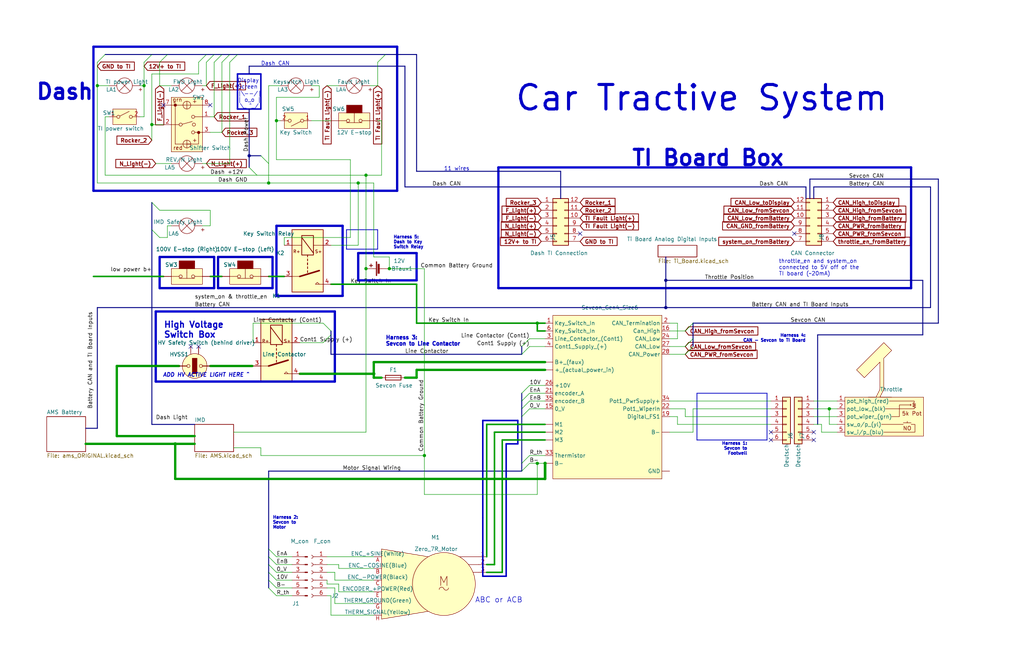
<source format=kicad_sch>
(kicad_sch (version 20230121) (generator eeschema)
  (paper "User" 334.01 216.002)
  (title_block (title "Tractive System") (date "2023-05-03") (rev "Print 1"))
  (lib_symbols
    (symbol "ADW11_1"
      (property "Reference" "K?" (at 1.27 19.05 0))
      (property "Value" "Line Contactor" (at 3.81 0 0))
      (symbol "ADW11_1_1_1"
        (text "R+" (at -2.286 4.318 0) (effects (font (size 1.016 1.016))))
        (text "S+" (at 4.826 4.318 0) (effects (font (size 1.016 1.016))))
        (pin passive line (at -6.35 3.81 0) (length 2.54) (name "~") (number "1"))
        (pin passive line (at 8.89 3.81 180) (length 2.54) (name "~") (number "2"))
        (pin passive line (at -6.35 -3.81 0) (length 2.54) (name "~") (number "3"))
        (pin passive line (at 8.89 -6.35 180) (length 2.54) (name "~") (number "4"))
      )
    )
    (symbol "CamachosSymbols:SW_SPDT_MSM" (pin_names (offset 0) hide)
      (property "Reference" "SW?" (at 1.27 12.7 0))
      (property "Value" "SW_SPDT_MSM" (at 6.35 10.16 0))
      (symbol "SW_SPDT_MSM_0_0"
        (text "+" (at 2.54 -5.08 0) (effects (font (size 1.27 1.27))))
        (text "+" (at 2.54 7.62 0) (effects (font (size 1.27 1.27))))
        (text "grn" (at -3.1095 8.1227 0) (effects (font (size 1.27 1.27))))
        (text "red" (at -2.9266 -7.5775 0) (effects (font (size 1.27 1.27))))
      )
      (symbol "SW_SPDT_MSM_1_1"
        (pin passive line (at 7.62 2.54 180) (length 2.54) (name "1") (number "1"))
        (pin passive line (at -7.62 0 0) (length 2.54) (name "2") (number "2"))
        (pin passive line (at 7.62 -2.54 180) (length 2.54) (name "") (number "3"))
        (pin input line (at -7.62 6.35 0) (length 2.54) (name "ledGnd") (number "7"))
        (pin input line (at 7.62 6.35 180) (length 2.54) (name "") (number "8"))
      )
    )
    (symbol "CamachosSymbols:SW_SPST" (pin_names (offset 0) hide)
      (property "Reference" "SW" (at 0 3.175 0))
      (property "Value" "SW_SPST" (at 0 -2.54 0))
      (symbol "SW_SPST_1_1"
        (pin passive line (at -5.08 0 0) (length 2.54) (name "A") (number "1"))
        (pin passive line (at 5.08 0 180) (length 2.54) (name "B") (number "2"))
      )
    )
    (symbol "CamachosSymbols:Safety Switch" (pin_numbers hide) (pin_names (offset 1.016) hide)
      (property "Reference" "SW?" (at 0 7.62 0))
      (property "Value" "Safety Switch" (at 0 6.35 0))
      (symbol "Safety Switch_0_1"
        (pin passive line (at -7.62 0 0) (length 2.54) (name "A") (number "1"))
      )
      (symbol "Safety Switch_1_1"
        (pin passive line (at 7.62 0 180) (length 2.54) (name "B") (number "2"))
      )
    )
    (symbol "CamachosSymbols:Sevcon_Gen4_Size6"
      (property "Value" "Sevcon_Gen4_Size6" (at 10.16 17.78 0))
      (symbol "Sevcon_Gen4_Size6_1_1"
        (pin passive line (at -20.32 -2.54 0) (length 2.54) (name "+_(actual_power_in)") (number ""))
        (pin passive line (at -20.32 0 0) (length 2.54) (name "B+_(faux)") (number ""))
        (pin passive line (at -20.32 -33.02 0) (length 2.54) (name "B-") (number ""))
        (pin passive line (at 20.32 -22.86 180) (length 2.54) (name "B-") (number ""))
        (pin passive line (at 20.32 -35.56 180) (length 2.54) (name "GND") (number ""))
        (pin passive line (at -20.32 -20.32 0) (length 2.54) (name "M1") (number ""))
        (pin passive line (at -20.32 -22.86 0) (length 2.54) (name "M2") (number ""))
        (pin passive line (at -20.32 -25.4 0) (length 2.54) (name "M3") (number ""))
        (pin passive line (at -20.32 12.7 0) (length 2.54) (name "Key_Switch_In") (number "1"))
        (pin passive line (at -20.32 -15.24 0) (length 2.54) (name "0_V") (number "15"))
        (pin passive line (at 20.32 10.16 180) (length 2.54) (name "Can_High") (number "16"))
        (pin passive line (at 20.32 -17.78 180) (length 2.54) (name "Digital_FS1") (number "19"))
        (pin passive line (at 20.32 12.7 180) (length 2.54) (name "CAN_Termination") (number "2"))
        (pin passive line (at -20.32 -10.16 0) (length 2.54) (name "encoder_A") (number "21"))
        (pin passive line (at 20.32 -15.24 180) (length 2.54) (name "Pot1_WiperIn") (number "22"))
        (pin passive line (at 20.32 7.62 180) (length 2.54) (name "CAN_Low") (number "24"))
        (pin passive line (at -20.32 -7.62 0) (length 2.54) (name "+10V") (number "26"))
        (pin passive line (at 20.32 5.08 180) (length 2.54) (name "CAN_Low") (number "27"))
        (pin passive line (at 20.32 2.54 180) (length 2.54) (name "CAN_Power") (number "28"))
        (pin passive line (at -20.32 7.62 0) (length 2.54) (name "Line_Contactor_(Cont1)") (number "3"))
        (pin passive line (at -20.32 -30.48 0) (length 2.54) (name "Thermistor") (number "33"))
        (pin passive line (at 20.32 -12.7 180) (length 2.54) (name "Pot1_PwrSupply+") (number "34"))
        (pin passive line (at -20.32 -12.7 0) (length 2.54) (name "encoder_B") (number "35"))
        (pin passive line (at -20.32 5.08 0) (length 2.54) (name "Cont1_Supply_(+)") (number "4"))
        (pin passive line (at -20.32 10.16 0) (length 2.54) (name "Key_Switch_In") (number "6"))
      )
    )
    (symbol "CamachosSymbols:Throttle"
      (property "Value" "Throttle" (at 12.7 11.43 0))
      (symbol "Throttle_0_0"
        (text "5k Pot" (at 14.224 -2.794 0) (effects (font (size 1.27 1.27))))
        (text "NO" (at 12.7 -7.62 0) (effects (font (size 1.27 1.27))))
      )
      (symbol "Throttle_1_1"
        (pin passive line (at -10.16 1.27 0) (length 2.54) (name "pot_high_(red)") (number "1"))
        (pin passive line (at -10.16 -1.27 0) (length 2.54) (name "pot_low_(blk)") (number "2"))
        (pin passive line (at -10.16 -3.81 0) (length 2.54) (name "pot_wiper_(grn)") (number "3"))
        (pin passive line (at -10.16 -6.35 0) (length 2.54) (name "sw_o/p_(yl)") (number "4"))
        (pin passive line (at -10.16 -8.89 0) (length 2.54) (name "sw_i/p_(blu)") (number "5"))
      )
    )
    (symbol "CamachosSymbols:Zero_7R_Motor" (pin_names (offset 0))
      (property "Reference" "M?" (at -0.635 16.51 0))
      (property "Value" "Zero_7R_Motor" (at -0.635 13.97 0))
      (symbol "Zero_7R_Motor_1_1"
        (pin passive line (at 16.51 8.89 180) (length 2.54) (name "~") (number "1"))
        (pin passive line (at 16.51 6.35 180) (length 2.54) (name "~") (number "2"))
        (pin passive line (at 16.51 3.81 180) (length 2.54) (name "~") (number "3"))
        (pin passive line (at -20.32 8.89 0) (length 2.54) (name "ENC_+SINE(White)") (number "A"))
        (pin passive line (at -20.32 5.08 0) (length 2.54) (name "ENC_-COSINE(Blue)") (number "B"))
        (pin passive line (at -20.32 1.27 0) (length 2.54) (name "ENC_-POWER(Black)") (number "C"))
        (pin passive line (at -20.32 -2.54 0) (length 2.54) (name "ENCODER_+POWER(Red)") (number "E"))
        (pin passive line (at -20.32 -6.35 0) (length 2.54) (name "THERM_GROUND(Green)") (number "G"))
        (pin passive line (at -20.32 -10.16 0) (length 2.54) (name "THERM_SIGNAL(Yellow)") (number "H"))
      )
    )
    (symbol "Connector:Conn_01x06_Female" (pin_names (offset 1.016) hide)
      (property "Reference" "J" (at 0 7.62 0))
      (property "Value" "Conn_01x06_Female" (at 0 -10.16 0))
      (symbol "Conn_01x06_Female_1_1"
        (pin passive line (at -5.08 5.08 0) (length 3.81) (name "Pin_1") (number "1"))
        (pin passive line (at -5.08 2.54 0) (length 3.81) (name "Pin_2") (number "2"))
        (pin passive line (at -5.08 0 0) (length 3.81) (name "Pin_3") (number "3"))
        (pin passive line (at -5.08 -2.54 0) (length 3.81) (name "Pin_4") (number "4"))
        (pin passive line (at -5.08 -5.08 0) (length 3.81) (name "Pin_5") (number "5"))
        (pin passive line (at -5.08 -7.62 0) (length 3.81) (name "Pin_6") (number "6"))
      )
    )
    (symbol "Connector:Conn_01x06_Male" (pin_names (offset 1.016) hide)
      (property "Reference" "J" (at 0 7.62 0))
      (property "Value" "Conn_01x06_Male" (at 0 -10.16 0))
      (symbol "Conn_01x06_Male_1_1"
        (pin passive line (at 5.08 5.08 180) (length 3.81) (name "Pin_1") (number "1"))
        (pin passive line (at 5.08 2.54 180) (length 3.81) (name "Pin_2") (number "2"))
        (pin passive line (at 5.08 0 180) (length 3.81) (name "Pin_3") (number "3"))
        (pin passive line (at 5.08 -2.54 180) (length 3.81) (name "Pin_4") (number "4"))
        (pin passive line (at 5.08 -5.08 180) (length 3.81) (name "Pin_5") (number "5"))
        (pin passive line (at 5.08 -7.62 180) (length 3.81) (name "Pin_6") (number "6"))
      )
    )
    (symbol "Connector_Generic:Conn_01x06" (pin_names (offset 1.016) hide)
      (property "Reference" "J" (at 0 7.62 0))
      (property "Value" "Conn_01x06" (at 0 -10.16 0))
      (symbol "Conn_01x06_1_1"
        (pin passive line (at -5.08 5.08 0) (length 3.81) (name "Pin_1") (number "1"))
        (pin passive line (at -5.08 2.54 0) (length 3.81) (name "Pin_2") (number "2"))
        (pin passive line (at -5.08 0 0) (length 3.81) (name "Pin_3") (number "3"))
        (pin passive line (at -5.08 -2.54 0) (length 3.81) (name "Pin_4") (number "4"))
        (pin passive line (at -5.08 -5.08 0) (length 3.81) (name "Pin_5") (number "5"))
        (pin passive line (at -5.08 -7.62 0) (length 3.81) (name "Pin_6") (number "6"))
      )
    )
    (symbol "Connector_Generic:Conn_02x06_Counter_Clockwise" (pin_names (offset 1.016) hide)
      (property "Reference" "J" (at 1.27 7.62 0))
      (property "Value" "Conn_02x06_Counter_Clockwise" (at 1.27 -10.16 0))
      (symbol "Conn_02x06_Counter_Clockwise_1_1"
        (pin passive line (at -5.08 5.08 0) (length 3.81) (name "Pin_1") (number "1"))
        (pin passive line (at 7.62 0 180) (length 3.81) (name "Pin_10") (number "10"))
        (pin passive line (at 7.62 2.54 180) (length 3.81) (name "Pin_11") (number "11"))
        (pin passive line (at 7.62 5.08 180) (length 3.81) (name "Pin_12") (number "12"))
        (pin passive line (at -5.08 2.54 0) (length 3.81) (name "Pin_2") (number "2"))
        (pin passive line (at -5.08 0 0) (length 3.81) (name "Pin_3") (number "3"))
        (pin passive line (at -5.08 -2.54 0) (length 3.81) (name "Pin_4") (number "4"))
        (pin passive line (at -5.08 -5.08 0) (length 3.81) (name "Pin_5") (number "5"))
        (pin passive line (at -5.08 -7.62 0) (length 3.81) (name "Pin_6") (number "6"))
        (pin passive line (at 7.62 -7.62 180) (length 3.81) (name "Pin_7") (number "7"))
        (pin passive line (at 7.62 -5.08 180) (length 3.81) (name "Pin_8") (number "8"))
        (pin passive line (at 7.62 -2.54 180) (length 3.81) (name "Pin_9") (number "9"))
      )
    )
    (symbol "Device:Battery_Cell" (pin_numbers hide) (pin_names (offset 0) hide)
      (property "Reference" "BT" (at 2.54 2.54 0))
      (property "Value" "Battery_Cell" (at 2.54 0 0))
      (symbol "Battery_Cell_1_1"
        (pin passive line (at 0 5.08 270) (length 2.54) (name "+") (number "1"))
        (pin passive line (at 0 -2.54 90) (length 2.54) (name "-") (number "2"))
      )
    )
    (symbol "Device:Fuse" (pin_numbers hide) (pin_names (offset 0))
      (property "Reference" "F" (at 2.032 0 90))
      (property "Value" "Fuse" (at -1.905 0 90))
      (symbol "Fuse_1_1"
        (pin passive line (at 0 3.81 270) (length 1.27) (name "~") (number "1"))
        (pin passive line (at 0 -3.81 90) (length 1.27) (name "~") (number "2"))
      )
    )
    (symbol "Device:Lamp" (pin_numbers hide) (pin_names (offset 0.0254) hide)
      (property "Reference" "LA?" (at 3.81 1.2701 0))
      (property "Value" "12V Keyswitch Light (Dash)" (at 3.81 -1.2699 0))
      (symbol "Lamp_0_0"
        (text "+" (at 1.27 5.08 0) (effects (font (size 1.27 1.27))))
      )
      (symbol "Lamp_1_1"
        (pin passive line (at 0 -5.08 90) (length 2.54) (name "-") (number "1"))
        (pin passive line (at 0 5.08 270) (length 2.54) (name "+") (number "2"))
      )
    )
    (symbol "Relay:ADW11"
      (property "Reference" "K?" (at -2.54 15.24 0))
      (property "Value" "Line Contactor" (at 1.27 12.7 0))
      (symbol "ADW11_1_1"
        (text "R+" (at -2.286 4.318 0) (effects (font (size 1.016 1.016))))
        (text "S+" (at 4.826 4.318 0) (effects (font (size 1.016 1.016))))
        (pin passive line (at -6.35 6.35 0) (length 2.54) (name "~") (number "1"))
        (pin passive line (at 8.89 6.35 180) (length 2.54) (name "~") (number "2"))
        (pin passive line (at -6.35 -3.81 0) (length 2.54) (name "~") (number "3"))
        (pin passive line (at 8.89 -6.35 180) (length 2.54) (name "~") (number "4"))
      )
    )
    (symbol "Safety Switch_1" (pin_numbers hide) (pin_names (offset 1.016) hide)
      (property "Reference" "SW?" (at 0 -6.35 0))
      (property "Value" "HV Safety Switch (behind driver)" (at 1.27 7.62 0))
      (symbol "Safety Switch_1_0_1"
        (pin passive line (at -5.08 0 0) (length 2.54) (name "A") (number "1"))
      )
      (symbol "Safety Switch_1_1_1"
        (pin output line (at -1.27 -6.35 90) (length 2.54) (name "") (number ""))
        (pin output line (at 1.27 -6.35 90) (length 2.54) (name "") (number ""))
        (pin passive line (at 5.08 0 180) (length 2.54) (name "B") (number "2"))
      )
    )
    (symbol "Switch:SW_Push_Open" (pin_numbers hide) (pin_names (offset 1.016) hide)
      (property "Reference" "SW?" (at 0 7.62 0))
      (property "Value" "12V E-stop (dash)" (at 0 6.35 0))
      (symbol "SW_Push_Open_0_1"
        (pin passive line (at -7.62 0 0) (length 2.54) (name "A") (number "1"))
      )
      (symbol "SW_Push_Open_1_1"
        (pin passive line (at 7.62 0 180) (length 2.54) (name "B") (number "2"))
      )
    )
  )
  (junction (at 49.53 40.64))
  (junction (at 127 87.63))
  (junction (at 121.92 121.92))
  (junction (at 46.99 27.94))
  (junction (at 175.26 151.13))
  (junction (at 57.15 144.78))
  (junction (at 270.51 133.35))
  (junction (at 81.28 50.8))
  (junction (at 90.17 39.37))
  (junction (at 119.38 57.15))
  (junction (at 138.43 148.59))
  (junction (at 119.38 87.63))
  (junction (at 31.75 27.94))
  (junction (at 87.63 59.69))
  (junction (at 177.8 151.13))
  (junction (at 217.17 100.33))
  (junction (at 116.84 59.69))
  (junction (at 217.17 91.44))
  (junction (at 175.26 105.41))
  (no_connect (at 62.23 113.03))
  (no_connect (at 251.46 140.97))
  (no_connect (at 251.46 143.51))
  (no_connect (at 64.77 113.03))
  (no_connect (at 53.34 34.29))
  (no_connect (at 265.43 143.51))
  (no_connect (at 265.43 140.97))
  (no_connect (at 189.23 76.2))
  (no_connect (at 259.08 76.2))
  (no_connect (at 68.58 34.29))
  (bus_entry (at 123.19 20.32) (size 2.54 -2.54))
  (bus_entry (at 170.18 133.35) (size 2.54 -2.54))
  (bus_entry (at 54.61 17.78) (size -2.54 2.54))
  (bus_entry (at 223.52 113.03) (size 2.54 -2.54))
  (bus_entry (at 69.85 20.32) (size 2.54 -2.54))
  (bus_entry (at 223.52 115.57) (size 2.54 -2.54))
  (bus_entry (at 74.93 20.32) (size 2.54 -2.54))
  (bus_entry (at 72.39 20.32) (size 2.54 -2.54))
  (bus_entry (at 87.63 191.77) (size 2.54 2.54))
  (bus_entry (at 170.18 135.89) (size 2.54 -2.54))
  (bus_entry (at 87.63 181.61) (size 2.54 2.54))
  (bus_entry (at 172.72 151.13) (size -2.54 2.54))
  (bus_entry (at 31.75 20.32) (size 2.54 -2.54))
  (bus_entry (at 85.09 50.8) (size 2.54 2.54))
  (bus_entry (at 105.41 111.76) (size 2.54 -2.54))
  (bus_entry (at 87.63 189.23) (size 2.54 2.54))
  (bus_entry (at 49.53 74.93) (size 2.54 2.54))
  (bus_entry (at 67.31 20.32) (size 2.54 -2.54))
  (bus_entry (at 87.63 184.15) (size 2.54 2.54))
  (bus_entry (at 46.99 20.32) (size 2.54 -2.54))
  (bus_entry (at 170.18 128.27) (size 2.54 -2.54))
  (bus_entry (at 172.72 110.49) (size -2.54 2.54))
  (bus_entry (at 64.77 20.32) (size 2.54 -2.54))
  (bus_entry (at 172.72 148.59) (size -2.54 2.54))
  (bus_entry (at 170.18 130.81) (size 2.54 -2.54))
  (bus_entry (at 105.41 105.41) (size 2.54 2.54))
  (bus_entry (at 87.63 179.07) (size 2.54 2.54))
  (bus_entry (at 87.63 186.69) (size 2.54 2.54))
  (bus_entry (at 172.72 113.03) (size -2.54 2.54))
  (bus_entry (at 49.53 66.04) (size 2.54 2.54))
  (bus_entry (at 81.28 54.61) (size 2.54 2.54))
  (bus_entry (at 223.52 107.95) (size 2.54 -2.54))
  (wire (pts (xy 46.99 38.1) (xy 46.99 27.94)))
  (bus (pts (xy 87.63 189.23) (xy 87.63 191.77)))
  (polyline (pts (xy 129.54 62.23) (xy 129.54 15.24)) (stroke (width 0.75) (type solid)))
  (polyline (pts (xy 71.12 83.82) (xy 71.12 93.98)) (stroke (width 0.75) (type solid)))
  (wire (pts (xy 107.95 194.31) (xy 107.95 200.66)))
  (wire (pts (xy 273.05 140.97) (xy 267.97 140.97)))
  (polyline (pts (xy 30.48 15.24) (xy 30.48 62.23)) (stroke (width 0.75) (type solid)))
  (wire (pts (xy 87.63 90.17) (xy 92.71 90.17)) (stroke (width 0.5)))
  (polyline (pts (xy 113.03 74.93) (xy 123.19 74.93)) (stroke (width 0.25)))
  (wire (pts (xy 121.92 118.11) (xy 177.8 118.11)) (stroke (width 0.75)))
  (wire (pts (xy 177.8 140.97) (xy 161.29 140.97)) (stroke (width 0.5)))
  (wire (pts (xy 121.92 59.69) (xy 121.92 83.82)))
  (bus (pts (xy 31.75 100.33) (xy 31.75 139.7)))
  (wire (pts (xy 109.22 186.69) (xy 106.68 186.69)))
  (wire (pts (xy 31.75 59.69) (xy 87.63 59.69)))
  (wire (pts (xy 161.29 140.97) (xy 161.29 184.15)) (stroke (width 0.5)))
  (wire (pts (xy 226.06 133.35) (xy 226.06 140.97)))
  (wire (pts (xy 90.17 39.37) (xy 90.17 52.07)))
  (polyline (pts (xy 77.47 24.13) (xy 77.47 35.56)) (stroke (width 0.5) (type solid)))
  (wire (pts (xy 57.15 144.78) (xy 63.5 144.78)) (stroke (width 0.75)))
  (wire (pts (xy 38.1 119.38) (xy 58.42 119.38)) (stroke (width 0.75)))
  (wire (pts (xy 175.26 105.41) (xy 177.8 105.41)) (stroke (width 0.5)))
  (wire (pts (xy 46.99 20.32) (xy 46.99 27.94)))
  (bus (pts (xy 226.06 105.41) (xy 226.06 110.49)))
  (wire (pts (xy 90.17 189.23) (xy 95.25 189.23)))
  (wire (pts (xy 119.38 87.63) (xy 119.38 140.97)))
  (wire (pts (xy 121.92 123.19) (xy 121.92 121.92)) (stroke (width 0.75)))
  (wire (pts (xy 54.61 73.66) (xy 55.88 73.66)))
  (wire (pts (xy 57.15 156.21) (xy 57.15 144.78)) (stroke (width 0.75)))
  (wire (pts (xy 218.44 107.95) (xy 223.52 107.95)))
  (bus (pts (xy 34.29 17.78) (xy 49.53 17.78)))
  (wire (pts (xy 121.92 121.92) (xy 121.92 119.38)))
  (polyline (pts (xy 52.07 83.82) (xy 52.07 93.98)) (stroke (width 0.75) (type solid)))
  (wire (pts (xy 87.63 53.34) (xy 87.63 59.69)))
  (wire (pts (xy 106.68 194.31) (xy 107.95 194.31)))
  (wire (pts (xy 172.72 125.73) (xy 177.8 125.73)))
  (polyline (pts (xy 50.8 101.6) (xy 50.8 124.46)) (stroke (width 0.75) (type solid)))
  (polyline (pts (xy 157.48 137.16) (xy 168.91 137.16)) (stroke (width 0.5)))
  (wire (pts (xy 158.75 138.43) (xy 158.75 181.61)) (stroke (width 0.5)))
  (wire (pts (xy 104.14 27.94) (xy 104.14 31.75)))
  (wire (pts (xy 52.07 68.58) (xy 68.58 68.58)))
  (wire (pts (xy 177.8 148.59) (xy 172.72 148.59)))
  (wire (pts (xy 106.68 181.61) (xy 121.92 181.61)))
  (wire (pts (xy 68.58 43.18) (xy 72.39 43.18)))
  (polyline (pts (xy 165.1 144.78) (xy 168.91 144.78)) (stroke (width 0.5)))
  (polyline (pts (xy 135.89 91.44) (xy 116.84 91.44)) (stroke (width 0.75) (type solid)))
  (wire (pts (xy 124.46 39.37) (xy 124.46 57.15)))
  (wire (pts (xy 64.77 20.32) (xy 64.77 24.13)))
  (bus (pts (xy 63.5 138.43) (xy 49.53 138.43)))
  (wire (pts (xy 158.75 186.69) (xy 163.83 186.69)) (stroke (width 0.5)))
  (wire (pts (xy 50.8 53.34) (xy 55.88 53.34)))
  (bus (pts (xy 135.89 17.78) (xy 135.89 55.88)))
  (polyline (pts (xy 109.22 101.6) (xy 109.22 124.46)) (stroke (width 0.75) (type solid)))
  (bus (pts (xy 182.88 55.88) (xy 182.88 64.77)))
  (polyline (pts (xy 165.1 144.78) (xy 165.1 187.96)) (stroke (width 0.5)))
  (wire (pts (xy 31.75 20.32) (xy 31.75 27.94)))
  (wire (pts (xy 110.49 185.42) (xy 110.49 184.15)))
  (polyline (pts (xy 227.33 128.27) (xy 250.19 128.27)) (stroke (width 0.25)))
  (wire (pts (xy 38.1 142.24) (xy 63.5 142.24)) (stroke (width 0.75)))
  (bus (pts (xy 107.95 107.95) (xy 107.95 109.22)))
  (bus (pts (xy 27.94 139.7) (xy 31.75 139.7)))
  (wire (pts (xy 92.71 77.47) (xy 92.71 80.01)))
  (wire (pts (xy 57.15 156.21) (xy 177.8 156.21)) (stroke (width 0.75)))
  (wire (pts (xy 110.49 190.5) (xy 110.49 193.04)))
  (wire (pts (xy 172.72 151.13) (xy 175.26 151.13)))
  (wire (pts (xy 87.63 59.69) (xy 116.84 59.69)))
  (wire (pts (xy 121.92 118.11) (xy 121.92 121.92)) (stroke (width 0.75)))
  (polyline (pts (xy 50.8 101.6) (xy 109.22 101.6)) (stroke (width 0.75) (type solid)))
  (wire (pts (xy 109.22 189.23) (xy 121.92 189.23)))
  (wire (pts (xy 67.31 20.32) (xy 67.31 27.94)))
  (polyline (pts (xy 227.33 143.51) (xy 227.33 128.27)) (stroke (width 0.25)))
  (bus (pts (xy 265.43 60.96) (xy 265.43 64.77)))
  (polyline (pts (xy 69.85 83.82) (xy 69.85 93.98)) (stroke (width 0.75) (type solid)))
  (wire (pts (xy 265.43 135.89) (xy 273.05 135.89)))
  (wire (pts (xy 218.44 115.57) (xy 223.52 115.57)))
  (wire (pts (xy 177.8 120.65) (xy 135.89 120.65)) (stroke (width 0.75)))
  (wire (pts (xy 66.04 53.34) (xy 74.93 53.34)))
  (wire (pts (xy 87.63 27.94) (xy 91.44 27.94)))
  (wire (pts (xy 135.89 120.65) (xy 135.89 123.19)) (stroke (width 0.75)))
  (wire (pts (xy 49.53 40.64) (xy 53.34 40.64)))
  (wire (pts (xy 76.2 146.05) (xy 85.09 146.05)))
  (wire (pts (xy 265.43 130.81) (xy 273.05 130.81)))
  (bus (pts (xy 135.89 55.88) (xy 182.88 55.88)))
  (polyline (pts (xy 123.19 81.28) (xy 113.03 81.28)) (stroke (width 0.25)))
  (wire (pts (xy 218.44 110.49) (xy 220.98 110.49)))
  (wire (pts (xy 82.296 119.38) (xy 82.55 119.38)))
  (wire (pts (xy 158.75 138.43) (xy 177.8 138.43)) (stroke (width 0.5)))
  (bus (pts (xy 87.63 181.61) (xy 87.63 184.15)))
  (bus (pts (xy 265.43 60.96) (xy 303.53 60.96)))
  (wire (pts (xy 218.44 135.89) (xy 220.98 135.89)))
  (bus (pts (xy 132.08 60.96) (xy 262.89 60.96)))
  (wire (pts (xy 34.29 38.1) (xy 34.29 57.15)))
  (wire (pts (xy 163.83 143.51) (xy 163.83 186.69)) (stroke (width 0.5)))
  (bus (pts (xy 81.28 50.8) (xy 85.09 50.8)))
  (wire (pts (xy 158.75 184.15) (xy 161.29 184.15)) (stroke (width 0.5)))
  (polyline (pts (xy 30.48 62.23) (xy 129.54 62.23)) (stroke (width 0.75) (type solid)))
  (wire (pts (xy 124.46 123.19) (xy 121.92 123.19)) (stroke (width 0.75)))
  (bus (pts (xy 81.28 21.59) (xy 132.08 21.59)))
  (polyline (pts (xy 168.91 137.16) (xy 168.91 144.78)) (stroke (width 0.5)))
  (wire (pts (xy 49.53 40.64) (xy 49.53 45.72)))
  (wire (pts (xy 109.22 191.77) (xy 109.22 196.85)))
  (bus (pts (xy 81.28 35.56) (xy 81.28 50.8)))
  (bus (pts (xy 264.16 58.42) (xy 264.16 64.77)))
  (wire (pts (xy 90.17 31.75) (xy 90.17 39.37)))
  (wire (pts (xy 123.19 20.32) (xy 123.19 27.94)))
  (polyline (pts (xy 85.09 24.13) (xy 85.09 35.56)) (stroke (width 0.5) (type solid)))
  (bus (pts (xy 54.61 17.78) (xy 67.31 17.78)))
  (wire (pts (xy 175.26 105.41) (xy 175.26 107.95)) (stroke (width 0.5)))
  (bus (pts (xy 67.31 17.78) (xy 69.85 17.78)))
  (polyline (pts (xy 111.76 73.66) (xy 111.76 96.52)) (stroke (width 0.75) (type solid)))
  (wire (pts (xy 110.49 185.42) (xy 121.92 185.42)))
  (wire (pts (xy 220.98 138.43) (xy 251.46 138.43)))
  (wire (pts (xy 82.55 105.41) (xy 82.55 111.76)))
  (bus (pts (xy 87.63 153.67) (xy 170.18 153.67)))
  (wire (pts (xy 30.48 90.17) (xy 53.34 90.17)) (stroke (width 0.5)))
  (bus (pts (xy 87.63 179.07) (xy 87.63 181.61)))
  (polyline (pts (xy 297.18 93.98) (xy 162.56 93.98)) (stroke (width 0.75) (type solid)))
  (wire (pts (xy 68.58 68.58) (xy 68.58 73.66)))
  (bus (pts (xy 31.75 100.33) (xy 217.17 100.33)))
  (polyline (pts (xy 250.19 128.27) (xy 250.19 143.51)) (stroke (width 0.25)))
  (wire (pts (xy 85.09 148.59) (xy 85.09 146.05)))
  (polyline (pts (xy 69.85 93.98) (xy 52.07 93.98)) (stroke (width 0.75) (type solid)))
  (wire (pts (xy 92.71 77.47) (xy 114.3 77.47)))
  (bus (pts (xy 72.39 17.78) (xy 74.93 17.78)))
  (wire (pts (xy 106.68 190.5) (xy 110.49 190.5)))
  (bus (pts (xy 226.06 110.49) (xy 226.06 113.03)))
  (polyline (pts (xy 111.76 96.52) (xy 90.17 96.52)) (stroke (width 0.75) (type solid)))
  (wire (pts (xy 119.38 57.15) (xy 119.38 87.63)))
  (wire (pts (xy 90.17 191.77) (xy 95.25 191.77)))
  (wire (pts (xy 267.97 140.97) (xy 267.97 138.43)))
  (wire (pts (xy 95.25 194.31) (xy 90.17 194.31)))
  (wire (pts (xy 45.72 38.1) (xy 46.99 38.1)))
  (wire (pts (xy 116.84 59.69) (xy 121.92 59.69)))
  (polyline (pts (xy 116.84 82.55) (xy 135.89 82.55)) (stroke (width 0.75) (type solid)))
  (polyline (pts (xy 157.48 187.96) (xy 157.48 168.91)) (stroke (width 0.5)))
  (wire (pts (xy 97.79 111.76) (xy 105.41 111.76)))
  (wire (pts (xy 49.53 40.64) (xy 49.53 24.13)))
  (bus (pts (xy 170.18 128.27) (xy 170.18 130.81)))
  (wire (pts (xy 90.17 186.69) (xy 95.25 186.69)))
  (bus (pts (xy 74.93 17.78) (xy 77.47 17.78)))
  (bus (pts (xy 87.63 184.15) (xy 87.63 186.69)))
  (wire (pts (xy 270.51 138.43) (xy 270.51 133.35)))
  (wire (pts (xy 123.19 27.94) (xy 120.65 27.94)))
  (wire (pts (xy 172.72 133.35) (xy 177.8 133.35)))
  (wire (pts (xy 97.79 121.92) (xy 121.92 121.92)) (stroke (width 0.75)))
  (bus (pts (xy 266.7 109.22) (xy 266.7 138.43)))
  (wire (pts (xy 27.94 144.78) (xy 57.15 144.78)) (stroke (width 0.75)))
  (wire (pts (xy 109.22 189.23) (xy 109.22 186.69)))
  (wire (pts (xy 83.82 57.15) (xy 119.38 57.15)))
  (wire (pts (xy 54.61 77.47) (xy 54.61 73.66)))
  (wire (pts (xy 138.43 87.63) (xy 127 87.63)))
  (bus (pts (xy 217.17 91.44) (xy 217.17 100.33)))
  (bus (pts (xy 81.28 50.8) (xy 81.28 54.61)))
  (wire (pts (xy 87.63 27.94) (xy 87.63 53.34)))
  (bus (pts (xy 300.99 109.22) (xy 300.99 91.44)))
  (bus (pts (xy 170.18 151.13) (xy 170.18 153.67)))
  (wire (pts (xy 52.07 77.47) (xy 54.61 77.47)))
  (wire (pts (xy 138.43 148.59) (xy 85.09 148.59)))
  (bus (pts (xy 170.18 130.81) (xy 170.18 133.35)))
  (wire (pts (xy 132.08 123.19) (xy 135.89 123.19)) (stroke (width 0.75)))
  (bus (pts (xy 170.18 133.35) (xy 170.18 135.89)))
  (bus (pts (xy 77.47 17.78) (xy 125.73 17.78)))
  (polyline (pts (xy 250.19 143.51) (xy 227.33 143.51)) (stroke (width 0.25)))
  (bus (pts (xy 300.99 109.22) (xy 266.7 109.22)))
  (bus (pts (xy 217.17 83.82) (xy 217.17 91.44)))
  (wire (pts (xy 172.72 128.27) (xy 177.8 128.27)))
  (wire (pts (xy 68.58 73.66) (xy 66.04 73.66)))
  (wire (pts (xy 172.72 113.03) (xy 177.8 113.03)))
  (wire (pts (xy 220.98 105.41) (xy 220.98 110.49)))
  (wire (pts (xy 31.75 27.94) (xy 35.56 27.94)))
  (wire (pts (xy 218.44 130.81) (xy 251.46 130.81)))
  (bus (pts (xy 262.89 60.96) (xy 262.89 64.77)))
  (wire (pts (xy 90.17 31.75) (xy 104.14 31.75)))
  (wire (pts (xy 76.2 140.97) (xy 119.38 140.97)))
  (wire (pts (xy 109.22 196.85) (xy 121.92 196.85)))
  (bus (pts (xy 300.99 91.44) (xy 217.17 91.44)))
  (wire (pts (xy 226.06 140.97) (xy 218.44 140.97)))
  (polyline (pts (xy 88.9 83.82) (xy 88.9 93.98)) (stroke (width 0.75) (type solid)))
  (polyline (pts (xy 52.07 83.82) (xy 69.85 83.82)) (stroke (width 0.75) (type solid)))
  (wire (pts (xy 273.05 138.43) (xy 270.51 138.43)))
  (wire (pts (xy 107.95 200.66) (xy 121.92 200.66)))
  (wire (pts (xy 218.44 113.03) (xy 223.52 113.03)))
  (wire (pts (xy 110.49 27.94) (xy 106.68 27.94)))
  (wire (pts (xy 110.49 184.15) (xy 106.68 184.15)))
  (wire (pts (xy 68.58 90.17) (xy 72.39 90.17)) (stroke (width 0.5)))
  (wire (pts (xy 90.17 184.15) (xy 95.25 184.15)))
  (wire (pts (xy 163.83 143.51) (xy 177.8 143.51)) (stroke (width 0.5)))
  (wire (pts (xy 52.07 27.94) (xy 55.88 27.94)))
  (wire (pts (xy 135.89 92.71) (xy 107.95 92.71)) (stroke (width 0.5)))
  (wire (pts (xy 172.72 130.81) (xy 177.8 130.81)))
  (wire (pts (xy 90.17 52.07) (xy 114.3 52.07)))
  (bus (pts (xy 81.28 24.13) (xy 81.28 21.59)))
  (polyline (pts (xy 162.56 54.61) (xy 162.56 93.98)) (stroke (width 0.75) (type solid)))
  (wire (pts (xy 138.43 148.59) (xy 138.43 161.29)))
  (wire (pts (xy 226.06 133.35) (xy 251.46 133.35)))
  (wire (pts (xy 82.55 105.41) (xy 105.41 105.41)))
  (bus (pts (xy 107.95 109.22) (xy 107.95 115.57)))
  (wire (pts (xy 223.52 133.35) (xy 223.52 135.89)))
  (polyline (pts (xy 165.1 187.96) (xy 157.48 187.96)) (stroke (width 0.5)))
  (wire (pts (xy 68.58 119.38) (xy 82.296 119.38)) (stroke (width 0.75)))
  (wire (pts (xy 49.53 24.13) (xy 64.77 24.13)))
  (polyline (pts (xy 116.84 82.55) (xy 116.84 91.44)) (stroke (width 0.75) (type solid)))
  (wire (pts (xy 218.44 133.35) (xy 223.52 133.35)))
  (wire (pts (xy 69.85 20.32) (xy 69.85 38.1)))
  (bus (pts (xy 303.53 100.33) (xy 303.53 60.96)))
  (polyline (pts (xy 88.9 93.98) (xy 71.12 93.98)) (stroke (width 0.75) (type solid)))
  (bus (pts (xy 132.08 21.59) (xy 132.08 60.96)))
  (wire (pts (xy 177.8 151.13) (xy 177.8 156.21)) (stroke (width 0.85)))
  (wire (pts (xy 114.3 52.07) (xy 114.3 77.47)))
  (bus (pts (xy 87.63 186.69) (xy 87.63 189.23)))
  (wire (pts (xy 218.44 105.41) (xy 220.98 105.41)))
  (wire (pts (xy 127 87.63) (xy 127 83.82)))
  (wire (pts (xy 175.26 151.13) (xy 177.8 151.13)))
  (polyline (pts (xy 157.48 168.91) (xy 157.48 168.91)) (stroke (width 0.5)))
  (wire (pts (xy 223.52 135.89) (xy 251.46 135.89)))
  (wire (pts (xy 123.19 39.37) (xy 124.46 39.37)))
  (bus (pts (xy 217.17 100.33) (xy 303.53 100.33)))
  (wire (pts (xy 101.6 39.37) (xy 107.95 39.37)))
  (wire (pts (xy 265.43 138.43) (xy 267.97 138.43)))
  (wire (pts (xy 45.72 27.94) (xy 46.99 27.94)))
  (wire (pts (xy 270.51 133.35) (xy 273.05 133.35)))
  (wire (pts (xy 110.49 193.04) (xy 121.92 193.04)))
  (wire (pts (xy 38.1 119.38) (xy 38.1 142.24)) (stroke (width 0.75)))
  (bus (pts (xy 125.73 17.78) (xy 135.89 17.78)))
  (wire (pts (xy 74.93 20.32) (xy 74.93 53.34)))
  (bus (pts (xy 49.53 17.78) (xy 54.61 17.78)))
  (polyline (pts (xy 157.48 168.91) (xy 157.48 137.16)) (stroke (width 0.5)))
  (bus (pts (xy 49.53 74.93) (xy 49.53 138.43)))
  (wire (pts (xy 119.38 57.15) (xy 124.46 57.15)))
  (wire (pts (xy 101.6 27.94) (xy 104.14 27.94)))
  (wire (pts (xy 90.17 39.37) (xy 91.44 39.37)))
  (bus (pts (xy 69.85 17.78) (xy 72.39 17.78)))
  (wire (pts (xy 31.75 27.94) (xy 31.75 59.69)))
  (wire (pts (xy 34.29 38.1) (xy 35.56 38.1)))
  (polyline (pts (xy 297.18 93.98) (xy 297.18 54.61)) (stroke (width 0.75) (type solid)))
  (polyline (pts (xy 129.54 15.24) (xy 30.48 15.24)) (stroke (width 0.75) (type solid)))
  (wire (pts (xy 90.17 181.61) (xy 95.25 181.61)))
  (wire (pts (xy 106.68 189.23) (xy 106.68 190.5)))
  (wire (pts (xy 177.8 107.95) (xy 175.26 107.95)) (stroke (width 0.5)))
  (polyline (pts (xy 113.03 81.28) (xy 113.03 74.93)) (stroke (width 0.25)))
  (bus (pts (xy 170.18 151.13) (xy 170.18 135.89)))
  (bus (pts (xy 264.16 58.42) (xy 306.07 58.42)))
  (polyline (pts (xy 135.89 82.55) (xy 135.89 91.44)) (stroke (width 0.75) (type solid)))
  (wire (pts (xy 127 83.82) (xy 121.92 83.82)))
  (bus (pts (xy 226.06 105.41) (xy 306.07 105.41)))
  (bus (pts (xy 49.53 66.04) (xy 49.53 74.93)))
  (polyline (pts (xy 85.09 35.56) (xy 77.47 35.56)) (stroke (width 0.5) (type solid)))
  (wire (pts (xy 138.43 161.29) (xy 175.26 161.29)))
  (polyline (pts (xy 297.18 54.61) (xy 162.56 54.61)) (stroke (width 0.75) (type solid)))
  (wire (pts (xy 172.72 110.49) (xy 177.8 110.49)))
  (bus (pts (xy 306.07 105.41) (xy 306.07 58.42)))
  (wire (pts (xy 265.43 133.35) (xy 270.51 133.35)))
  (bus (pts (xy 87.63 153.67) (xy 87.63 179.07)))
  (wire (pts (xy 116.84 59.69) (xy 116.84 80.01)))
  (wire (pts (xy 138.43 87.63) (xy 138.43 148.59)))
  (wire (pts (xy 116.84 80.01) (xy 107.95 80.01)))
  (polyline (pts (xy 123.19 74.93) (xy 123.19 81.28)) (stroke (width 0.25)))
  (wire (pts (xy 34.29 57.15) (xy 83.82 57.15)))
  (bus (pts (xy 170.18 115.57) (xy 170.18 113.03)))
  (polyline (pts (xy 90.17 73.66) (xy 90.17 96.52)) (stroke (width 0.75) (type solid)))
  (wire (pts (xy 66.04 27.94) (xy 67.31 27.94)))
  (wire (pts (xy 106.68 191.77) (xy 109.22 191.77)))
  (wire (pts (xy 69.85 38.1) (xy 68.58 38.1)))
  (polyline (pts (xy 90.17 73.66) (xy 111.76 73.66)) (stroke (width 0.75) (type solid)))
  (polyline (pts (xy 109.22 124.46) (xy 50.8 124.46)) (stroke (width 0.75) (type solid)))
  (wire (pts (xy 135.89 105.41) (xy 135.89 92.71)) (stroke (width 0.5)))
  (wire (pts (xy 220.98 135.89) (xy 220.98 138.43)))
  (bus (pts (xy 170.18 115.57) (xy 107.95 115.57)))
  (polyline (pts (xy 71.12 83.82) (xy 88.9 83.82)) (stroke (width 0.75) (type solid)))
  (wire (pts (xy 72.39 20.32) (xy 72.39 43.18)))
  (wire (pts (xy 52.07 20.32) (xy 52.07 27.94)))
  (polyline (pts (xy 77.47 24.13) (xy 85.09 24.13)) (stroke (width 0.5) (type solid)))
  (wire (pts (xy 135.89 105.41) (xy 175.26 105.41)) (stroke (width 0.5)))
  (wire (pts (xy 175.26 161.29) (xy 175.26 151.13)))
  (text "Harness 5:\nDash to Key\nSwitch Relay" (at 128.27 81.28 0) (effects (font (size 1 1) (thickness 0.35) bold) (justify left bottom)))
  (text "|\\--/|\n| o_o |\n \\_ ^_/" (at 77.47 35.56 0) (effects (font (size 1.27 1.27)) (justify left bottom)))
  (text "Harness 4:\nCAN - Sevcon to TI Board" (at 262.89 111.76 0) (effects (font (size 1 1) (thickness 0.35) bold) (justify right bottom)))
  (text "Harness 3:\nSevcon to Line Contactor" (at 125.73 113.03 0) (effects (font (size 1.25 1.25) (thickness 0.35) bold) (justify left bottom)))
  (text "Dash CAN" (at 85.09 21.59 0) (effects (font (size 1.27 1.27)) (justify left bottom)))
  (text "ADD HV ACTIVE LIGHT HERE ^" (at 81.28 123.19 0) (effects (font (size 1.27 1.27) (thickness 0.254) bold italic) (justify right bottom)))
  (text "TI Board Box" (at 205.74 54.61 0) (effects (font (size 5 5) (thickness 1) bold) (justify left bottom)))
  (text "Display\nScreen\n" (at 77.47 29.21 0) (effects (font (size 1.27 1.27)) (justify left bottom)))
  (text "Car Tractive System" (at 167.64 36.83 0) (effects (font (size 8 8) (thickness 1) bold) (justify left bottom)))
  (text "throttle_en and system_on\nconnected to 5V off of the\nTI board (~20mA)" (at 254 90.17 0) (effects (font (size 1.27 1.27)) (justify left bottom)))
  (text "Dash" (at 11.43 33.02 0) (effects (font (size 5 5) (thickness 1) bold) (justify left bottom)))
  (text "Harness 1:\nSevcon to\nFootwell" (at 243.84 148.59 0) (effects (font (size 1 1) (thickness 0.35) bold) (justify right bottom)))
  (text "11 wires" (at 144.78 55.88 0) (effects (font (size 1.27 1.27)) (justify left bottom)))
  (text "High Voltage\nSwitch Box\n" (at 53.34 110.49 0) (effects (font (size 2 2) (thickness 0.4) bold) (justify left bottom)))
  (text "Harness 2:\nSevcon to\nMotor" (at 88.9 172.72 0) (effects (font (size 1 1) (thickness 0.35) bold) (justify left bottom)))
  (text "ABC or ACB" (at 154.94 196.85 0) (effects (font (size 1.75 1.75)) (justify left bottom)))
  (label "EnA" (at 172.72 128.27 0))
  (label "Dash Light" (at 50.8 137.16 0))
  (label "Cont1 Supply (+)" (at 97.79 111.76 0))
  (label "EnB" (at 172.72 130.81 0))
  (label "Sevcon CAN" (at 257.81 105.41 0))
  (label "Dash CAN" (at 140.97 60.96 0))
  (label "system_on & throttle_en" (at 63.5 97.79 0))
  (label "R_th" (at 90.17 194.31 0))
  (label "10V" (at 172.72 125.73 0))
  (label "Motor Signal Wiring" (at 111.76 153.67 0))
  (label "Battery CAN" (at 63.5 100.33 0))
  (label "Dash GND" (at 71.12 59.69 0))
  (label "Key Switch In" (at 114.3 92.71 0))
  (label "Common Battery Ground" (at 137.16 87.63 0))
  (label "0_V" (at 90.17 186.69 0))
  (label "B-" (at 90.17 191.77 0))
  (label "B-" (at 172.72 151.13 0))
  (label "Dash CAN" (at 247.65 60.96 0))
  (label "Throttle Position" (at 229.87 91.44 0))
  (label "Sevcon CAN" (at 276.86 58.42 0))
  (label "EnB" (at 90.17 184.15 0))
  (label "low power b+" (at 49.53 88.9 180))
  (label "R_th" (at 172.72 148.59 0))
  (label "10V" (at 90.17 189.23 0))
  (label "Cont1 Supply (+)" (at 172.72 113.03 180))
  (label "Battery CAN and TI Board Inputs" (at 30.48 133.35 90))
  (label "Line Contactor" (at 132.08 115.57 0))
  (label "Dash Power" (at 81.28 49.53 90))
  (label "Line Contactor (Cont1)" (at 172.72 110.49 180))
  (label "Key Switch In" (at 139.7 105.41 0))
  (label "Battery CAN" (at 276.86 60.96 0))
  (label "Line Contactor (Cont1)" (at 82.55 105.41 0))
  (label "Common Battery Ground" (at 138.43 147.32 90))
  (label "0_V" (at 172.72 133.35 0))
  (label "EnA" (at 90.17 181.61 0))
  (label "Dash +12V" (at 68.58 57.15 0))
  (label "Battery CAN and TI Board Inputs" (at 245.11 100.33 0))
  (global_label "Rocker_2" (shape input) (at 49.53 45.72 180) (effects (font (thickness 0.254) bold)) (property "Intersheetrefs" "${INTERSHEET_REFS}" (effects hide)))
  (global_label "CAN_High_fromSevcon" (shape input) (at 223.52 107.95 0) (effects (font (thickness 0.254) bold)) (property "Intersheetrefs" "${INTERSHEET_REFS}" (effects hide)))
  (global_label "Rocker_1" (shape input) (at 189.23 66.04 0) (effects (font (thickness 0.254) bold)) (property "Intersheetrefs" "${INTERSHEET_REFS}" (effects hide)))
  (global_label "CAN_Low_fromSevcon" (shape input) (at 259.08 68.58 180) (effects (font (thickness 0.254) bold)) (property "Intersheetrefs" "${INTERSHEET_REFS}" (effects hide)))
  (global_label "TI Fault Light(+)" (shape input) (at 189.23 71.12 0) (effects (font (thickness 0.254) bold)) (property "Intersheetrefs" "${INTERSHEET_REFS}" (effects hide)))
  (global_label "CAN_PWR_fromSevcon" (shape input) (at 271.78 76.2 0) (effects (font (thickness 0.254) bold)) (property "Intersheetrefs" "${INTERSHEET_REFS}" (effects hide)))
  (global_label "F_Light(+)" (shape input) (at 67.31 27.94 0) (effects (font (thickness 0.254) bold)) (property "Intersheetrefs" "${INTERSHEET_REFS}" (effects hide)))
  (global_label "N_Light(+)" (shape input) (at 176.53 73.66 180) (effects (font (thickness 0.254) bold)) (property "Intersheetrefs" "${INTERSHEET_REFS}" (effects hide)))
  (global_label "system_on_fromBattery" (shape input) (at 259.08 78.74 180) (effects (font (thickness 0.254) bold)) (property "Intersheetrefs" "${INTERSHEET_REFS}" (effects hide)))
  (global_label "F_Light(-)" (shape input) (at 176.53 71.12 180) (effects (font (thickness 0.254) bold)) (property "Intersheetrefs" "${INTERSHEET_REFS}" (effects hide)))
  (global_label "N_Light(-)" (shape input) (at 176.53 76.2 180) (effects (font (thickness 0.254) bold)) (property "Intersheetrefs" "${INTERSHEET_REFS}" (effects hide)))
  (global_label "F_Light(-)" (shape input) (at 52.07 27.94 270) (effects (font (thickness 0.254) bold)) (property "Intersheetrefs" "${INTERSHEET_REFS}" (effects hide)))
  (global_label "CAN_High_toDisplay" (shape input) (at 271.78 66.04 0) (effects (font (thickness 0.254) bold)) (property "Intersheetrefs" "${INTERSHEET_REFS}" (effects hide)))
  (global_label "CAN_High_fromSevcon" (shape input) (at 271.78 68.58 0) (effects (font (thickness 0.254) bold)) (property "Intersheetrefs" "${INTERSHEET_REFS}" (effects hide)))
  (global_label "N_Light(+)" (shape input) (at 67.31 53.34 0) (effects (font (thickness 0.254) bold)) (property "Intersheetrefs" "${INTERSHEET_REFS}" (effects hide)))
  (global_label "CAN_Low_toDisplay" (shape input) (at 259.08 66.04 180) (effects (font (thickness 0.254) bold)) (property "Intersheetrefs" "${INTERSHEET_REFS}" (effects hide)))
  (global_label "TI Fault Light(-)" (shape input) (at 189.23 73.66 0) (effects (font (thickness 0.254) bold)) (property "Intersheetrefs" "${INTERSHEET_REFS}" (effects hide)))
  (global_label "N_Light(-)" (shape input) (at 50.8 53.34 180) (effects (font (thickness 0.254) bold)) (property "Intersheetrefs" "${INTERSHEET_REFS}" (effects hide)))
  (global_label "12V+ to TI" (shape input) (at 46.99 21.59 0) (effects (font bold)) (property "Intersheetrefs" "${INTERSHEET_REFS}" (effects hide)))
  (global_label "TI Fault Light(-)" (shape input) (at 106.68 27.94 270) (effects (font (thickness 0.254) bold)) (property "Intersheetrefs" "${INTERSHEET_REFS}" (effects hide)))
  (global_label "GND to TI" (shape input) (at 189.23 78.74 0) (effects (font bold)) (property "Intersheetrefs" "${INTERSHEET_REFS}" (effects hide)))
  (global_label "12V+ to TI" (shape input) (at 176.53 78.74 180) (effects (font bold)) (property "Intersheetrefs" "${INTERSHEET_REFS}" (effects hide)))
  (global_label "CAN_PWR_fromSevcon" (shape input) (at 223.52 115.57 0) (effects (font (thickness 0.254) bold)) (property "Intersheetrefs" "${INTERSHEET_REFS}" (effects hide)))
  (global_label "CAN_GND_fromBattery" (shape input) (at 259.08 73.66 180) (effects (font (thickness 0.254) bold)) (property "Intersheetrefs" "${INTERSHEET_REFS}" (effects hide)))
  (global_label "Rocker_2" (shape input) (at 189.23 68.58 0) (effects (font (thickness 0.254) bold)) (property "Intersheetrefs" "${INTERSHEET_REFS}" (effects hide)))
  (global_label "GND to TI" (shape input) (at 31.75 21.59 0) (effects (font bold)) (property "Intersheetrefs" "${INTERSHEET_REFS}" (effects hide)))
  (global_label "Rocker_3" (shape input) (at 176.53 66.04 180) (effects (font (thickness 0.254) bold)) (property "Intersheetrefs" "${INTERSHEET_REFS}" (effects hide)))
  (global_label "Rocker_1" (shape input) (at 69.85 38.1 0) (effects (font (thickness 0.254) bold)) (property "Intersheetrefs" "${INTERSHEET_REFS}" (effects hide)))
  (global_label "CAN_Low_fromSevcon" (shape input) (at 223.52 113.03 0) (effects (font (thickness 0.254) bold)) (property "Intersheetrefs" "${INTERSHEET_REFS}" (effects hide)))
  (global_label "F_Light(+)" (shape input) (at 176.53 68.58 180) (effects (font (thickness 0.254) bold)) (property "Intersheetrefs" "${INTERSHEET_REFS}" (effects hide)))
  (global_label "CAN_Low_fromBattery" (shape input) (at 259.08 71.12 180) (effects (font (thickness 0.254) bold)) (property "Intersheetrefs" "${INTERSHEET_REFS}" (effects hide)))
  (global_label "CAN_PWR_fromBattery" (shape input) (at 271.78 73.66 0) (effects (font (thickness 0.254) bold)) (property "Intersheetrefs" "${INTERSHEET_REFS}" (effects hide)))
  (global_label "Rocker_3" (shape input) (at 72.39 43.18 0) (effects (font (thickness 0.254) bold)) (property "Intersheetrefs" "${INTERSHEET_REFS}" (effects hide)))
  (global_label "throttle_en_fromBattery" (shape input) (at 271.78 78.74 0) (effects (font (thickness 0.254) bold)) (property "Intersheetrefs" "${INTERSHEET_REFS}" (effects hide)))
  (global_label "CAN_High_fromBattery" (shape input) (at 271.78 71.12 0) (effects (font (thickness 0.254) bold)) (property "Intersheetrefs" "${INTERSHEET_REFS}" (effects hide)))
  (global_label "TI Fault Light(+)" (shape input) (at 123.19 27.94 270) (effects (font (thickness 0.254) bold)) (property "Intersheetrefs" "${INTERSHEET_REFS}" (effects hide)))
  (symbol (lib_id "CamachosSymbols:Throttle") (at 283.21 132.08 0) (unit 1)
    (property "Reference" "U2" (effects hide))
    (property "Value" "Throttle" (at 287.02 127 0) (effects (justify left)))
  )
  (symbol (lib_id "Device:Fuse") (at 128.27 123.19 270) (unit 1)
    (property "Reference" "F1" (at 129.54 120.65 90) (effects (justify right)))
    (property "Value" "Sevcon Fuse" (at 134.62 125.73 90) (effects (justify right)))
  )
  (symbol (lib_id "CamachosSymbols:Zero_7R_Motor") (at 142.24 190.5 0) (unit 1)
    (property "Reference" "M1" (at 143.51 175.26 0) (effects (justify right)))
    (property "Value" "Zero_7R_Motor" (at 142.24 179.07 0))
  )
  (symbol (lib_id "Connector_Generic:Conn_02x06_Counter_Clockwise") (at 181.61 71.12 0) (unit 1)
    (property "Reference" "J5" (at 180.3399 76.2 90) (effects (justify right)))
    (property "Value" "Dash TI Connection" (at 191.77 82.55 0) (effects (justify right)))
  )
  (symbol (lib_id "Connector_Generic:Conn_02x06_Counter_Clockwise") (at 266.7 71.12 0) (mirror y) (unit 1)
    (property "Reference" "J8" (at 267.9701 76.2 90) (effects (justify right)))
    (property "Value" "CAN Connector" (at 257.81 82.55 0) (effects (justify right)))
  )
  (symbol (lib_id "Device:Lamp") (at 40.64 27.94 270) (unit 1)
    (property "Reference" "LA1" (at 38.1 29.21 90) (effects (justify right)))
    (property "Value" "TI power Light" (at 48.26 26.67 90) (effects (justify right)))
  )
  (symbol (lib_id "Device:Battery_Cell") (at 124.46 87.63 90) (unit 1)
    (property "Reference" "BTaux1" (at 134.62 87.63 90) (effects (justify left)))
    (property "Value" "12V" (at 132.08 85.09 90) (effects (justify left)))
  )
  (symbol (lib_id "CamachosSymbols:SW_SPST") (at 96.52 39.37 180) (unit 1)
    (property "Reference" "SW5" (at 93.98 35.56 0))
    (property "Value" "Key Switch" (at 96.52 43.18 0))
  )
  (symbol (lib_id "Switch:SW_Push_Open") (at 115.57 39.37 0) (unit 1)
    (property "Reference" "SW6" (at 110.49 35.56 0))
    (property "Value" "12V E-stop" (at 115.57 43.18 0))
  )
  (symbol (lib_id "Device:Lamp") (at 60.96 27.94 270) (unit 1)
    (property "Reference" "LA2" (at 58.42 29.21 90) (effects (justify right)))
    (property "Value" "FWD Light" (at 66.04 26.67 90) (effects (justify right)))
  )
  (symbol (lib_id "Connector:Conn_01x06_Male") (at 100.33 186.69 0) (mirror y) (unit 1)
    (property "Reference" "J1" (at 96.52 196.85 0))
    (property "Value" "M_con" (at 97.79 176.53 0))
  )
  (symbol (lib_id "CamachosSymbols:SW_SPST") (at 40.64 38.1 0) (unit 1)
    (property "Reference" "SW1" (at 35.56 36.83 0))
    (property "Value" "TI power switch" (at 39.37 41.91 0))
  )
  (symbol (lib_id "CamachosSymbols:SW_SPDT_MSM") (at 60.96 40.64 0) (unit 1)
    (property "Reference" "SW2" (at 64.77 31.75 0))
    (property "Value" "Shifter Switch" (at 68.58 48.26 0))
  )
  (symbol (lib_id "CamachosSymbols:Sevcon_Gen4_Size6") (at 198.12 118.11 0) (unit 1)
    (property "Reference" "U1" (effects hide))
    (property "Value" "Sevcon_Gen4_Size6" (at 208.28 100.33 0) (effects (justify right)))
  )
  (symbol (lib_id "Connector_Generic:Conn_01x06") (at 260.35 135.89 0) (mirror y) (unit 1)
    (property "Reference" "J7" (at 261.6201 140.97 90) (effects (justify right)))
    (property "Value" "Deutsch" (at 260.35 144.78 90) (effects (justify right)))
  )
  (symbol (lib_id "Device:Lamp") (at 60.96 73.66 270) (unit 1)
    (property "Reference" "LA6" (at 58.42 76.2 90) (effects (justify right)))
    (property "Value" "IMD Safety Light" (at 66.04 72.39 90) (effects (justify right)))
  )
  (symbol (lib_id "Device:Lamp") (at 60.96 53.34 270) (unit 1)
    (property "Reference" "LA5" (at 57.15 54.61 90) (effects (justify right)))
    (property "Value" "REV/N Light" (at 66.04 52.07 90) (effects (justify right)))
  )
  (symbol (lib_name "ADW11_1") (lib_id "Relay:ADW11") (at 88.9 115.57 0) (unit 1)
    (property "Reference" "K1" (at 90.17 96.52 0))
    (property "Value" "Line Contactor" (at 92.71 115.57 0))
    (property "Footprint" "Relay_THT:Relay_1P1T_NO_10x24x18.8mm_Panasonic_ADW11xxxxW_THT" (effects hide))
    (property "Datasheet" "https://www.panasonic-electric-works.com/pew/es/downloads/ds_dw_hl_en.pdf" (effects hide))
  )
  (symbol (lib_id "Relay:ADW11") (at 99.06 86.36 0) (unit 1)
    (property "Reference" "K2" (at 91.44 82.55 0))
    (property "Value" "Key Switch Relay" (at 87.63 76.2 0))
    (property "Footprint" "Relay_THT:Relay_1P1T_NO_10x24x18.8mm_Panasonic_ADW11xxxxW_THT" (effects hide))
    (property "Datasheet" "https://www.panasonic-electric-works.com/pew/es/downloads/ds_dw_hl_en.pdf" (effects hide))
  )
  (symbol (lib_id "CamachosSymbols:Safety Switch") (at 80.01 90.17 0) (unit 1)
    (property "Reference" "SW4" (at 74.93 86.36 0))
    (property "Value" "100V E-stop (Left)" (at 80.01 81.28 0))
  )
  (symbol (lib_id "Connector_Generic:Conn_01x06") (at 256.54 135.89 0) (unit 1)
    (property "Reference" "J6" (at 257.8101 140.97 90) (effects (justify right)))
    (property "Value" "Deutsch" (at 256.54 144.78 90) (effects (justify right)))
  )
  (symbol (lib_name "Safety Switch_1") (lib_id "CamachosSymbols:Safety Switch") (at 63.5 119.38 180) (unit 1)
    (property "Reference" "HVSS1" (at 58.42 115.57 0))
    (property "Value" "HV Safety Switch (behind driver)" (at 67.31 111.76 0))
  )
  (symbol (lib_id "CamachosSymbols:Safety Switch") (at 60.96 90.17 0) (unit 1)
    (property "Reference" "SW3" (at 55.88 86.36 0))
    (property "Value" "100V E-stop (Right)" (at 60.96 81.28 0))
  )
  (symbol (lib_id "Device:Lamp") (at 115.57 27.94 270) (unit 1)
    (property "Reference" "LA4" (at 113.03 29.21 90) (effects (justify right)))
    (property "Value" "Fault Light" (at 120.65 26.67 90) (effects (justify right)))
  )
  (symbol (lib_id "Device:Lamp") (at 96.52 27.94 270) (unit 1)
    (property "Reference" "LA3" (at 93.98 29.21 90) (effects (justify right)))
    (property "Value" "Keyswitch Light" (at 104.14 26.67 90) (effects (justify right)))
  )
  (symbol (lib_id "Connector:Conn_01x06_Female") (at 101.6 186.69 0) (mirror y) (unit 1)
    (property "Reference" "J2" (at 110.49 194.31 0) (effects (justify left)))
    (property "Value" "F_con" (at 107.95 176.53 0) (effects (justify left)))
  )
  (sheet (at 214.63 80.01) (size 12.7 3.81) (stroke (width 0.1524))
    (property "Sheetname" "Ti Board Analog Digital Inputs" (at 204.47 78.74 0) (effects (justify left bottom)))
    (property "Sheetfile" "Ti_Board.kicad_sch" (at 214.63 84.4046 0) (effects (justify left top)))
  )
  (sheet (at 63.5 138.43) (size 12.7 8.89) (stroke (width 0.1524))
    (property "Sheetname" "IMD" (at 63.5 137.7184 0) (effects (justify left bottom)))
    (property "Sheetfile" "AMS.kicad_sch" (at 63.5 147.9046 0) (effects (justify left top)))
  )
  (sheet (at 15.24 135.89) (size 12.7 11.43) (stroke (width 0.1524))
    (property "Sheetname" "AMS Battery" (at 15.24 135.1784 0) (effects (justify left bottom)))
    (property "Sheetfile" "ams_ORIGINAL.kicad_sch" (at 15.24 147.9046 0) (effects (justify left top)))
  )
)
</source>
